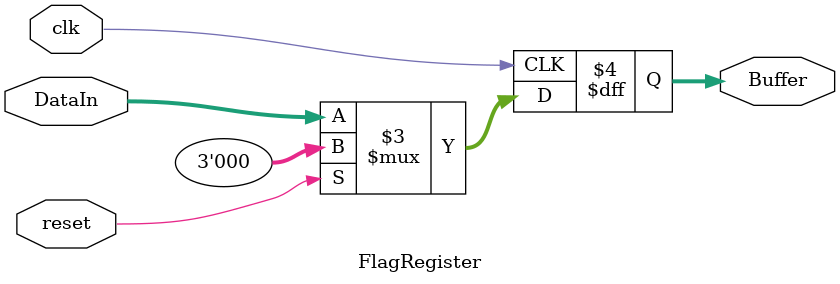
<source format=v>
/*NF|CF|ZF*/
module FlagRegister(
    DataIn, Buffer, clk, reset
);
    input [2:0] DataIn;
    input clk,reset;
    output reg [2:0] Buffer;
    always @(posedge clk) begin
        Buffer<=(reset==1'b0)?DataIn:3'd0;
    end
endmodule
</source>
